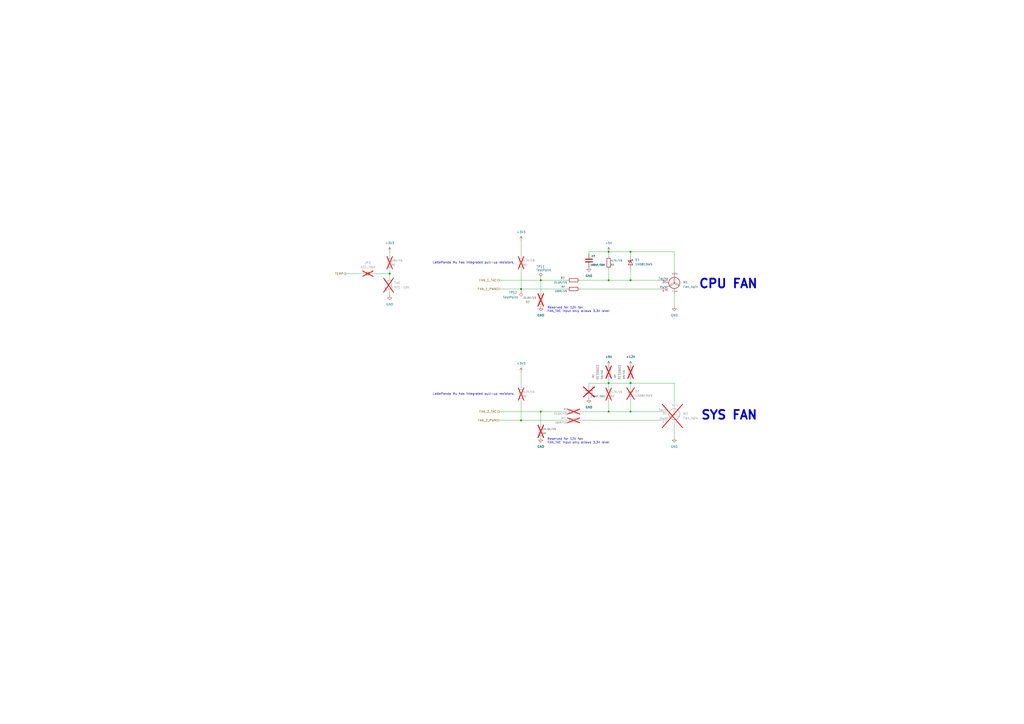
<source format=kicad_sch>
(kicad_sch (version 20250114) (generator "eeschema") (generator_version "9.0")
  (paper "A2")
  (title_block (title "Primer Carrier for LattePanda Mu") (date "2024-03-13") (rev "V1.0.0") (company "DFRobot"))
  (lib_symbols
    (symbol "Connector:TestPoint" (pin_numbers (hide yes)) (pin_names (offset 0.762) (hide yes))
      (property "Reference" "TP" (at 0 6.858 0))
      (property "Value" "TestPoint" (at 0 5.08 0))
      (symbol "TestPoint_0_1"
        (circle (center 0 3.302) (radius 0.762))
      )
      (symbol "TestPoint_1_1"
        (pin passive line (at 0 0 90) (length 2.54) (name "1") (number "1"))
      )
    )
    (symbol "Device:C" (pin_numbers (hide yes)) (pin_names (offset 0.254))
      (property "Reference" "C" (at 0.635 2.54 0))
      (property "Value" "C" (at 0.635 -2.54 0))
      (symbol "C_0_1"
        (polyline (pts (xy -2.032 0.762) (xy 2.032 0.762)) (stroke (width 0.508)))
        (polyline (pts (xy -2.032 -0.762) (xy 2.032 -0.762)) (stroke (width 0.508)))
      )
      (symbol "C_1_1"
        (pin passive line (at 0 3.81 270) (length 2.794) (name "~") (number "1"))
        (pin passive line (at 0 -3.81 90) (length 2.794) (name "~") (number "2"))
      )
    )
    (symbol "Device:R" (pin_numbers (hide yes)) (pin_names (offset 0))
      (property "Reference" "R" (at 2.032 0 90))
      (property "Value" "R" (at 0 0 90))
      (symbol "R_0_1"
        (rectangle (start -1.016 -2.54) (end 1.016 2.54) (stroke (width 0.254)))
      )
      (symbol "R_1_1"
        (pin passive line (at 0 3.81 270) (length 1.27) (name "~") (number "1"))
        (pin passive line (at 0 -3.81 90) (length 1.27) (name "~") (number "2"))
      )
    )
    (symbol "Device:Thermistor_NTC" (pin_numbers (hide yes)) (pin_names (offset 0))
      (property "Reference" "TH" (at -4.445 0 90))
      (property "Value" "Thermistor_NTC" (at 3.175 0 90))
      (symbol "Thermistor_NTC_0_1"
        (arc (start -3.175 2.413) (mid -3.0506 2.3165) (end -3.048 2.159))
        (arc (start -3.048 2.794) (mid -2.9736 2.9736) (end -2.794 3.048))
        (arc (start -2.794 3.048) (mid -2.6144 2.9736) (end -2.54 2.794))
        (arc (start -2.794 2.54) (mid -2.9736 2.6144) (end -3.048 2.794))
        (arc (start -2.794 1.905) (mid -2.9736 1.9794) (end -3.048 2.159))
        (arc (start -2.54 2.159) (mid -2.6144 1.9794) (end -2.794 1.905))
        (arc (start -2.159 2.794) (mid -2.434 2.5608) (end -2.794 2.54))
        (polyline (pts (xy -2.54 2.159) (xy -2.54 2.794)))
        (polyline (pts (xy -2.54 -3.683) (xy -2.54 -1.397) (xy -2.794 -2.159) (xy -2.286 -2.159) (xy -2.54 -1.397) (xy -2.54 -1.651)) (fill (type outline)))
        (polyline (pts (xy -1.778 2.54) (xy -1.778 1.524) (xy 1.778 -1.524) (xy 1.778 -2.54)))
        (polyline (pts (xy -1.778 -1.397) (xy -1.778 -3.683) (xy -2.032 -2.921) (xy -1.524 -2.921) (xy -1.778 -3.683) (xy -1.778 -3.429)) (fill (type outline)))
        (rectangle (start -1.016 2.54) (end 1.016 -2.54) (stroke (width 0.254)))
      )
      (symbol "Thermistor_NTC_1_1"
        (pin passive line (at 0 3.81 270) (length 1.27) (name "~") (number "1"))
        (pin passive line (at 0 -3.81 90) (length 1.27) (name "~") (number "2"))
      )
    )
    (symbol "Diode:1N5819WS" (pin_numbers (hide yes)) (pin_names (offset 1.016) (hide yes))
      (property "Reference" "D" (at 0 2.54 0))
      (property "Value" "1N5819WS" (at 0 -2.54 0))
      (symbol "1N5819WS_0_1"
        (polyline (pts (xy -1.905 0.635) (xy -1.905 1.27) (xy -1.27 1.27) (xy -1.27 -1.27) (xy -0.635 -1.27) (xy -0.635 -0.635)) (stroke (width 0.254)))
        (polyline (pts (xy 1.27 1.27) (xy 1.27 -1.27) (xy -1.27 0) (xy 1.27 1.27)) (stroke (width 0.254)))
        (polyline (pts (xy 1.27 0) (xy -1.27 0)))
      )
      (symbol "1N5819WS_1_1"
        (pin passive line (at -3.81 0 0) (length 2.54) (name "K") (number "1"))
        (pin passive line (at 3.81 0 180) (length 2.54) (name "A") (number "2"))
      )
    )
    (symbol "Jumper:SolderJumper_2_Open" (pin_names (offset 0) (hide yes))
      (property "Reference" "JP" (at 0 2.032 0))
      (property "Value" "SolderJumper_2_Open" (at 0 -2.54 0))
      (symbol "SolderJumper_2_Open_0_1"
        (polyline (pts (xy -0.254 1.016) (xy -0.254 -1.016)))
        (arc (start -0.254 -1.016) (mid -1.2656 0) (end -0.254 1.016))
        (arc (start -0.254 -1.016) (mid -1.2656 0) (end -0.254 1.016) (fill (type outline)))
        (arc (start 0.254 1.016) (mid 1.2656 0) (end 0.254 -1.016))
        (arc (start 0.254 1.016) (mid 1.2656 0) (end 0.254 -1.016) (fill (type outline)))
        (polyline (pts (xy 0.254 1.016) (xy 0.254 -1.016)))
      )
      (symbol "SolderJumper_2_Open_1_1"
        (pin passive line (at -3.81 0 0) (length 2.54) (name "A") (number "1"))
        (pin passive line (at 3.81 0 180) (length 2.54) (name "B") (number "2"))
      )
    )
    (symbol "Motor:Fan_4pin" (pin_names (offset 0))
      (property "Reference" "M" (at 2.54 5.08 0))
      (property "Value" "Fan_4pin" (at 2.54 -2.54 0))
      (symbol "Fan_4pin_0_0"
        (polyline (pts (xy -5.08 2.032) (xy -5.334 2.159)))
        (polyline (pts (xy -5.08 2.032) (xy -5.207 1.778)))
        (arc (start -4.572 1.524) (mid -5.08 1.0182) (end -5.588 1.524))
        (arc (start -5.588 1.524) (mid -5.4392 1.8832) (end -5.08 2.032))
        (polyline (pts (xy -4.064 2.54) (xy -4.064 1.016) (xy -3.302 1.016)))
      )
      (symbol "Fan_4pin_0_1"
        (polyline (pts (xy -5.334 -3.302) (xy -5.08 -3.302) (xy -5.08 -3.048) (xy -4.826 -3.048) (xy -4.826 -3.302) (xy -4.318 -3.302) (xy -4.318 -3.048) (xy -4.064 -3.048) (xy -4.064 -3.302) (xy -3.556 -3.302)))
        (polyline (pts (xy -4.064 2.54) (xy -5.08 2.54)))
        (polyline (pts (xy -2.54 -1.016) (xy -4.064 -1.016) (xy -4.064 -2.54) (xy -5.08 -2.54)))
        (arc (start 0 3.81) (mid -0.0015 0.9048) (end -2.54 -0.508))
        (polyline (pts (xy 0 4.572) (xy 0 5.08)))
        (polyline (pts (xy 0 4.2672) (xy 0 4.6228)))
        (circle (center 0 1.016) (radius 3.2512) (stroke (width 0.254)))
        (arc (start -2.54 -0.508) (mid 0 1.0618) (end 2.54 -0.508))
        (polyline (pts (xy 0 -2.2352) (xy 0 -2.6416)))
        (polyline (pts (xy 0 -5.08) (xy 0 -4.572)))
        (arc (start 2.54 -0.508) (mid 0.047 0.9315) (end 0 3.81))
      )
      (symbol "Fan_4pin_1_1"
        (pin passive line (at -7.62 2.54 0) (length 2.54) (name "Tacho") (number "3"))
        (pin input line (at -7.62 -2.54 0) (length 2.54) (name "PWM") (number "4"))
        (pin passive line (at 0 7.62 270) (length 2.54) (name "+") (number "2"))
        (pin passive line (at 0 -5.08 90) (length 2.54) (name "-") (number "1"))
      )
    )
    (symbol "power:+12V" (power) (pin_numbers (hide yes)) (pin_names (offset 0) (hide yes))
      (property "Value" "+12V" (at 0 3.556 0))
      (symbol "+12V_0_1"
        (polyline (pts (xy -0.762 1.27) (xy 0 2.54)))
        (polyline (pts (xy 0 2.54) (xy 0.762 1.27)))
        (polyline (pts (xy 0 0) (xy 0 2.54)))
      )
      (symbol "+12V_1_1"
        (pin power_in line (at 0 0 90) (length 0) (name "~") (number "1"))
      )
    )
    (symbol "power:+3V3" (power) (pin_numbers (hide yes)) (pin_names (offset 0) (hide yes))
      (property "Value" "+3V3" (at 0 3.556 0))
      (symbol "+3V3_0_1"
        (polyline (pts (xy -0.762 1.27) (xy 0 2.54)))
        (polyline (pts (xy 0 2.54) (xy 0.762 1.27)))
        (polyline (pts (xy 0 0) (xy 0 2.54)))
      )
      (symbol "+3V3_1_1"
        (pin power_in line (at 0 0 90) (length 0) (name "~") (number "1"))
      )
    )
    (symbol "power:+5V" (power) (pin_numbers (hide yes)) (pin_names (offset 0) (hide yes))
      (property "Value" "+5V" (at 0 3.556 0))
      (symbol "+5V_0_1"
        (polyline (pts (xy -0.762 1.27) (xy 0 2.54)))
        (polyline (pts (xy 0 2.54) (xy 0.762 1.27)))
        (polyline (pts (xy 0 0) (xy 0 2.54)))
      )
      (symbol "+5V_1_1"
        (pin power_in line (at 0 0 90) (length 0) (name "~") (number "1"))
      )
    )
    (symbol "power:GND" (power) (pin_numbers (hide yes)) (pin_names (offset 0) (hide yes))
      (property "Value" "GND" (at 0 -3.81 0))
      (symbol "GND_0_1"
        (polyline (pts (xy 0 0) (xy 0 -1.27) (xy 1.27 -1.27) (xy 0 -2.54) (xy -1.27 -1.27) (xy 0 -1.27)))
      )
      (symbol "GND_1_1"
        (pin power_in line (at 0 0 270) (length 0) (name "~") (number "1"))
      )
    )
  )
  (text "CPU FAN" (at 405.13 167.64 0) (effects (font (size 5.08 5.08) (bold yes)) (justify left bottom)))
  (text "SYS FAN" (at 406.4 243.84 0) (effects (font (size 5.08 5.08) (bold yes)) (justify left bottom)))
  (text "Reserved for 12V fan\nFAN_TAC input only allows 3.3V level" (at 317.5 254 0) (effects (font (size 1.27 1.27)) (justify left top)))
  (text "LattePanda Mu has integrated pull-up resistors." (at 298.45 152.4 0) (effects (font (size 1.27 1.27)) (justify right)))
  (text "LattePanda Mu has integrated pull-up resistors." (at 298.45 228.6 0) (effects (font (size 1.27 1.27)) (justify right)))
  (text "Reserved for 12V fan\nFAN_TAC input only allows 3.3V level" (at 317.5 177.8 0) (effects (font (size 1.27 1.27)) (justify left top)))
  (junction (at 353.06 238.76))
  (junction (at 353.06 146.05))
  (junction (at 313.69 162.56))
  (junction (at 365.76 146.05))
  (junction (at 365.76 222.25))
  (junction (at 302.26 167.64))
  (junction (at 353.06 222.25))
  (junction (at 302.26 243.84))
  (junction (at 365.76 162.56))
  (junction (at 353.06 162.56))
  (junction (at 226.06 158.75))
  (junction (at 365.76 238.76))
  (junction (at 313.69 238.76))
  (wire (pts (xy 341.63 222.25) (xy 353.06 222.25)))
  (wire (pts (xy 226.06 146.05) (xy 226.06 148.59)))
  (wire (pts (xy 365.76 146.05) (xy 353.06 146.05)))
  (wire (pts (xy 336.55 162.56) (xy 353.06 162.56)))
  (wire (pts (xy 289.56 167.64) (xy 302.26 167.64)))
  (wire (pts (xy 353.06 238.76) (xy 365.76 238.76)))
  (wire (pts (xy 302.26 215.9) (xy 302.26 224.79)))
  (wire (pts (xy 302.26 167.64) (xy 328.93 167.64)))
  (wire (pts (xy 289.56 162.56) (xy 313.69 162.56)))
  (wire (pts (xy 313.69 238.76) (xy 313.69 246.38)))
  (wire (pts (xy 391.16 222.25) (xy 365.76 222.25)))
  (wire (pts (xy 365.76 224.79) (xy 365.76 222.25)))
  (wire (pts (xy 383.54 238.76) (xy 365.76 238.76)))
  (wire (pts (xy 302.26 243.84) (xy 328.93 243.84)))
  (wire (pts (xy 353.06 219.71) (xy 353.06 222.25)))
  (wire (pts (xy 391.16 170.18) (xy 391.16 177.8)))
  (wire (pts (xy 341.63 147.32) (xy 341.63 146.05)))
  (wire (pts (xy 353.06 146.05) (xy 353.06 148.59)))
  (wire (pts (xy 226.06 168.91) (xy 226.06 171.45)))
  (wire (pts (xy 336.55 238.76) (xy 353.06 238.76)))
  (wire (pts (xy 313.69 162.56) (xy 328.93 162.56)))
  (wire (pts (xy 200.66 158.75) (xy 209.55 158.75)))
  (wire (pts (xy 365.76 162.56) (xy 365.76 156.21)))
  (wire (pts (xy 365.76 238.76) (xy 365.76 232.41)))
  (wire (pts (xy 289.56 238.76) (xy 313.69 238.76)))
  (wire (pts (xy 226.06 156.21) (xy 226.06 158.75)))
  (wire (pts (xy 336.55 167.64) (xy 383.54 167.64)))
  (wire (pts (xy 365.76 222.25) (xy 353.06 222.25)))
  (wire (pts (xy 353.06 222.25) (xy 353.06 224.79)))
  (wire (pts (xy 313.69 162.56) (xy 313.69 170.18)))
  (wire (pts (xy 391.16 246.38) (xy 391.16 254)))
  (wire (pts (xy 341.63 223.52) (xy 341.63 222.25)))
  (wire (pts (xy 391.16 233.68) (xy 391.16 222.25)))
  (wire (pts (xy 391.16 146.05) (xy 365.76 146.05)))
  (wire (pts (xy 313.69 238.76) (xy 328.93 238.76)))
  (wire (pts (xy 302.26 139.7) (xy 302.26 148.59)))
  (wire (pts (xy 365.76 148.59) (xy 365.76 146.05)))
  (wire (pts (xy 353.06 232.41) (xy 353.06 238.76)))
  (wire (pts (xy 217.17 158.75) (xy 226.06 158.75)))
  (wire (pts (xy 391.16 157.48) (xy 391.16 146.05)))
  (wire (pts (xy 226.06 158.75) (xy 226.06 161.29)))
  (wire (pts (xy 302.26 156.21) (xy 302.26 167.64)))
  (wire (pts (xy 383.54 162.56) (xy 365.76 162.56)))
  (wire (pts (xy 289.56 243.84) (xy 302.26 243.84)))
  (wire (pts (xy 353.06 156.21) (xy 353.06 162.56)))
  (wire (pts (xy 353.06 162.56) (xy 365.76 162.56)))
  (wire (pts (xy 365.76 219.71) (xy 365.76 222.25)))
  (wire (pts (xy 341.63 146.05) (xy 353.06 146.05)))
  (wire (pts (xy 336.55 243.84) (xy 383.54 243.84)))
  (wire (pts (xy 302.26 232.41) (xy 302.26 243.84)))
  (hierarchical_label "FAN_1_TAC" (shape output) (at 289.56 162.56 180))
  (hierarchical_label "FAN_1_PWM" (shape input) (at 289.56 167.64 180))
  (hierarchical_label "TEMP" (shape output) (at 200.66 158.75 180))
  (hierarchical_label "FAN_2_PWM" (shape input) (at 289.56 243.84 180))
  (hierarchical_label "FAN_2_TAC" (shape output) (at 289.56 238.76 180))
  (symbol (lib_id "Device:R") (at 332.74 167.64 90) (unit 1)
    (property "Reference" "R?" (at 327.66 166.37 90) (effects (font (size 1 1)) (justify left)))
    (property "Value" "100R/1%" (at 328.93 168.91 90) (effects (font (size 1 1)) (justify left)))
    (property "Footprint" "A_HDJ_Library:R_0402_1005Metric" (effects (hide yes)))
  )
  (symbol (lib_id "Device:R") (at 332.74 243.84 90) (unit 1) (in_bom no) (on_board no) (dnp yes)
    (property "Reference" "R?" (at 327.66 242.57 90) (effects (font (size 1 1)) (justify left)))
    (property "Value" "100R/1%" (at 328.93 245.11 90) (effects (font (size 1 1)) (justify left)))
    (property "Footprint" "Resistor_SMD:R_0402_1005Metric" (effects (hide yes)))
  )
  (symbol (lib_id "Jumper:SolderJumper_2_Open") (at 213.36 158.75 0) (unit 1) (exclude_from_sim yes) (in_bom no) (on_board no) (dnp yes)
    (property "Reference" "JP2" (at 213.36 152.4 0))
    (property "Value" "NTC_Test" (at 213.36 154.94 0))
    (property "Footprint" "Jumper:SolderJumper-2_P1.3mm_Open_RoundedPad1.0x1.5mm" (effects (hide yes)))
  )
  (symbol (lib_id "Device:R") (at 313.69 173.99 0) (unit 1) (in_bom no) (dnp yes)
    (property "Reference" "R?" (at 306.07 175.26 0))
    (property "Value" "21.5K/1%" (at 307.34 172.72 0) (effects (font (size 1 1))))
    (property "Footprint" "Resistor_SMD:R_0402_1005Metric" (effects (hide yes)))
  )
  (symbol (lib_id "Device:R") (at 365.76 215.9 180) (unit 1) (in_bom no) (on_board no) (dnp yes)
    (property "Reference" "R?" (at 356.87 217.17 90) (effects (font (size 1 1)) (justify left)))
    (property "Value" "0R/1%" (at 361.95 214.63 90) (effects (font (size 1 1)) (justify left)))
    (property "Footprint" "RES0603" (at 359.41 215.9 90))
  )
  (symbol (lib_id "Device:Thermistor_NTC") (at 226.06 165.1 0) (unit 1) (in_bom no) (on_board no) (dnp yes)
    (property "Reference" "TH1" (at 228.6 164.1475 0) (effects (justify left)))
    (property "Value" "NTC-10K" (at 228.6 166.6875 0) (effects (justify left)))
    (property "Footprint" "Resistor_SMD:R_0603_1608Metric" (effects (hide yes)))
  )
  (symbol (lib_id "Device:C") (at 341.63 151.13 0) (unit 1)
    (property "Reference" "C?" (at 344.17 148.59 0) (effects (font (size 1 1))))
    (property "Value" "100nF/50V" (at 346.71 153.67 0) (effects (font (size 1 1))))
    (property "Footprint" "A_HDJ_Library:C_0402_1005Metric" (effects (hide yes)))
    (property "SCH_Show_Footprint" "C0402" (effects (hide yes)))
  )
  (symbol (lib_id "power:GND") (at 341.63 231.14 0) (unit 1)
    (property "Reference" "#PWR0117" (effects (hide yes)))
    (property "Value" "GND" (at 341.63 236.22 0))
  )
  (symbol (lib_id "Connector:TestPoint") (at 302.26 167.64 180) (unit 1) (in_bom no)
    (property "Reference" "TP12" (at 295.148 169.672 0) (effects (justify right)))
    (property "Value" "TestPoint" (at 291.592 172.466 0) (effects (justify right)))
    (property "Footprint" "A_HDJ_Library:TestPoint_Pad_D1.5mm" (effects (hide yes)))
    (property "Description" "test point" (effects (hide yes)))
  )
  (symbol (lib_id "Motor:Fan_4pin") (at 391.16 241.3 0) (unit 1) (in_bom no) (on_board no) (dnp yes)
    (property "Reference" "M2" (at 396.24 240.03 0) (effects (justify left)))
    (property "Value" "Fan_4pin" (at 396.24 242.57 0) (effects (justify left)))
    (property "Footprint" "Connector_JST:JST_PH_B4B-PH-K_1x04_P2.00mm_Vertical" (effects (hide yes)))
    (property "Datasheet" "http://www.formfactors.org/developer%5Cspecs%5Crev1_2_public.pdf" (effects (hide yes)))
  )
  (symbol (lib_id "power:GND") (at 391.16 177.8 0) (unit 1)
    (property "Reference" "#PWR0123" (effects (hide yes)))
    (property "Value" "GND" (at 391.16 182.88 0))
  )
  (symbol (lib_id "Diode:1N5819WS") (at 365.76 228.6 270) (unit 1) (in_bom no) (on_board no) (dnp yes)
    (property "Reference" "D?" (at 368.3 227.0125 90) (effects (justify left)))
    (property "Value" "1N5819WS" (at 368.3 229.5525 90) (effects (justify left)))
    (property "Footprint" "Diode_SMD:D_SOD-323" (effects (hide yes)))
    (property "Datasheet" "https://datasheet.lcsc.com/lcsc/2204281430_Guangdong-Hottech-1N5819WS_C191023.pdf" (effects (hide yes)))
    (property "SCH_Show_Footprint" "SOD-323" (effects (hide yes)))
  )
  (symbol (lib_id "power:+5V") (at 353.06 146.05 0) (unit 1)
    (property "Reference" "#PWR0118" (effects (hide yes)))
    (property "Value" "+5V" (at 353.06 140.97 0))
  )
  (symbol (lib_id "power:GND") (at 313.69 177.8 0) (unit 1)
    (property "Reference" "#PWR0114" (effects (hide yes)))
    (property "Value" "GND" (at 313.69 182.88 0))
  )
  (symbol (lib_id "Device:C") (at 341.63 227.33 0) (unit 1) (in_bom no) (on_board no) (dnp yes)
    (property "Reference" "C?" (at 344.17 224.79 0) (effects (font (size 1 1))))
    (property "Value" "100nF/50V" (at 346.71 229.87 0) (effects (font (size 1 1))))
    (property "Footprint" "Capacitor_SMD:C_0402_1005Metric" (effects (hide yes)))
    (property "SCH_Show_Footprint" "C0402" (effects (hide yes)))
  )
  (symbol (lib_id "power:+12V") (at 365.76 212.09 0) (unit 1)
    (property "Reference" "#PWR0121" (effects (hide yes)))
    (property "Value" "+12V" (at 365.76 207.01 0))
  )
  (symbol (lib_id "Device:R") (at 302.26 152.4 0) (unit 1) (in_bom no) (dnp yes)
    (property "Reference" "R?" (at 303.53 153.67 0) (effects (font (size 1 1)) (justify left)))
    (property "Value" "4.7K/1%" (at 303.53 151.13 0) (effects (font (size 1 1)) (justify left)))
    (property "Footprint" "Resistor_SMD:R_0402_1005Metric" (effects (hide yes)))
  )
  (symbol (lib_id "Device:R") (at 332.74 238.76 90) (unit 1) (in_bom no) (on_board no) (dnp yes)
    (property "Reference" "R?" (at 328.93 237.49 90) (effects (font (size 1 1)) (justify left)))
    (property "Value" "21.5K/1%" (at 328.93 240.03 90) (effects (font (size 1 1)) (justify left)))
    (property "Footprint" "Resistor_SMD:R_0402_1005Metric" (effects (hide yes)))
  )
  (symbol (lib_id "power:GND") (at 391.16 254 0) (unit 1)
    (property "Reference" "#PWR0125" (effects (hide yes)))
    (property "Value" "GND" (at 391.16 259.08 0))
  )
  (symbol (lib_id "Motor:Fan_4pin") (at 391.16 165.1 0) (unit 1)
    (property "Reference" "M1" (at 396.24 163.83 0) (effects (justify left)))
    (property "Value" "Fan_4pin" (at 396.24 166.37 0) (effects (justify left)))
    (property "Footprint" "A_HDJ_Library:JST_PH_B4B-PH-K_1x04_P2.00mm_Vertical" (effects (hide yes)))
    (property "Datasheet" "http://www.formfactors.org/developer%5Cspecs%5Crev1_2_public.pdf" (effects (hide yes)))
  )
  (symbol (lib_id "power:GND") (at 313.69 254 0) (unit 1)
    (property "Reference" "#PWR0115" (effects (hide yes)))
    (property "Value" "GND" (at 313.69 259.08 0))
  )
  (symbol (lib_id "Device:R") (at 302.26 228.6 0) (unit 1) (in_bom no) (on_board no) (dnp yes)
    (property "Reference" "R?" (at 303.53 229.87 0) (effects (font (size 1 1)) (justify left)))
    (property "Value" "4.7K/1%" (at 303.53 227.33 0) (effects (font (size 1 1)) (justify left)))
    (property "Footprint" "Resistor_SMD:R_0402_1005Metric" (effects (hide yes)))
  )
  (symbol (lib_id "Device:R") (at 332.74 162.56 270) (unit 1)
    (property "Reference" "R?" (at 326.39 161.29 90))
    (property "Value" "21.5K/1%" (at 325.12 163.83 90) (effects (font (size 1 1))))
    (property "Footprint" "A_HDJ_Library:R_0402_1005Metric" (effects (hide yes)))
  )
  (symbol (lib_id "power:+3V3") (at 226.06 146.05 0) (unit 1)
    (property "Reference" "#PWR0113" (effects (hide yes)))
    (property "Value" "+3V3" (at 226.06 140.97 0))
  )
  (symbol (lib_id "power:GND") (at 341.63 154.94 0) (unit 1)
    (property "Reference" "#PWR0116" (effects (hide yes)))
    (property "Value" "GND" (at 341.63 160.02 0))
  )
  (symbol (lib_id "Device:R") (at 226.06 152.4 0) (unit 1) (in_bom no) (on_board no) (dnp yes)
    (property "Reference" "R?" (at 227.33 153.67 0) (effects (font (size 1 1)) (justify left)))
    (property "Value" "10K/1%" (at 227.33 151.13 0) (effects (font (size 1 1)) (justify left)))
    (property "Footprint" "Resistor_SMD:R_0402_1005Metric" (effects (hide yes)))
  )
  (symbol (lib_id "Device:R") (at 313.69 250.19 0) (unit 1) (in_bom no) (on_board no) (dnp yes)
    (property "Reference" "R?" (at 314.96 251.46 0) (effects (font (size 1 1)) (justify left)))
    (property "Value" "21.5K/1%" (at 314.96 248.92 0) (effects (font (size 1 1)) (justify left)))
    (property "Footprint" "Resistor_SMD:R_0402_1005Metric" (effects (hide yes)))
  )
  (symbol (lib_id "power:+3V3") (at 302.26 139.7 0) (unit 1)
    (property "Reference" "#PWR0110" (effects (hide yes)))
    (property "Value" "+3V3" (at 302.26 134.62 0))
  )
  (symbol (lib_id "Diode:1N5819WS") (at 365.76 152.4 270) (unit 1)
    (property "Reference" "D?" (at 368.3 150.8125 90) (effects (justify left)))
    (property "Value" "1N5819WS" (at 368.3 153.3525 90) (effects (justify left)))
    (property "Footprint" "A_HDJ_Library:D_SOD-323" (effects (hide yes)))
    (property "Datasheet" "https://datasheet.lcsc.com/lcsc/2204281430_Guangdong-Hottech-1N5819WS_C191023.pdf" (effects (hide yes)))
    (property "SCH_Show_Footprint" "SOD-323" (effects (hide yes)))
  )
  (symbol (lib_id "power:+3V3") (at 302.26 215.9 0) (unit 1)
    (property "Reference" "#PWR0112" (effects (hide yes)))
    (property "Value" "+3V3" (at 302.26 210.82 0))
  )
  (symbol (lib_id "Device:R") (at 353.06 228.6 0) (unit 1) (in_bom no) (on_board no) (dnp yes)
    (property "Reference" "R?" (at 354.33 229.87 0) (effects (font (size 1 1)) (justify left)))
    (property "Value" "4.7K/1%" (at 354.33 227.33 0) (effects (font (size 1 1)) (justify left)))
    (property "Footprint" "Resistor_SMD:R_0402_1005Metric" (effects (hide yes)))
  )
  (symbol (lib_id "Device:R") (at 353.06 152.4 0) (unit 1)
    (property "Reference" "R?" (at 354.33 153.67 0) (effects (font (size 1 1)) (justify left)))
    (property "Value" "4.7K/1%" (at 354.33 151.13 0) (effects (font (size 1 1)) (justify left)))
    (property "Footprint" "A_HDJ_Library:R_0402_1005Metric" (effects (hide yes)))
  )
  (symbol (lib_id "Device:R") (at 353.06 215.9 180) (unit 1) (in_bom no) (on_board no) (dnp yes)
    (property "Reference" "R?" (at 344.17 217.17 90) (effects (font (size 1 1)) (justify left)))
    (property "Value" "0R/1%" (at 349.25 214.63 90) (effects (font (size 1 1)) (justify left)))
    (property "Footprint" "RES0603" (at 346.71 215.9 90))
  )
  (symbol (lib_id "Connector:TestPoint") (at 313.69 162.56 0) (unit 1) (in_bom no)
    (property "Reference" "TP11" (at 311.15 154.686 0) (effects (justify left)))
    (property "Value" "TestPoint" (at 310.896 156.718 0) (effects (justify left)))
    (property "Footprint" "A_HDJ_Library:TestPoint_Pad_D1.5mm" (effects (hide yes)))
    (property "Description" "test point" (effects (hide yes)))
  )
  (symbol (lib_id "power:GND") (at 226.06 171.45 0) (unit 1)
    (property "Reference" "#PWR0111" (effects (hide yes)))
    (property "Value" "GND" (at 226.06 176.53 0))
  )
  (symbol (lib_id "power:+5V") (at 353.06 212.09 0) (unit 1)
    (property "Reference" "#PWR0119" (effects (hide yes)))
    (property "Value" "+5V" (at 353.06 207.01 0))
  )
)
</source>
